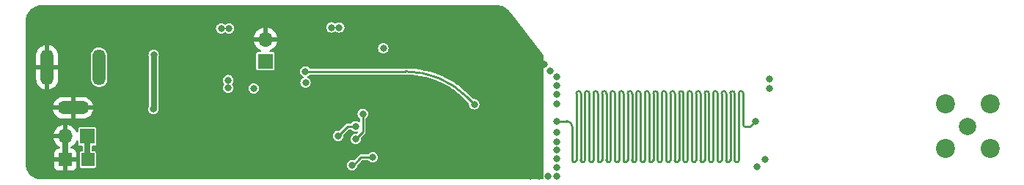
<source format=gbl>
%TF.GenerationSoftware,KiCad,Pcbnew,(6.0.2)*%
%TF.CreationDate,2022-05-29T22:25:13-07:00*%
%TF.ProjectId,peregrine,70657265-6772-4696-9e65-2e6b69636164,3*%
%TF.SameCoordinates,Original*%
%TF.FileFunction,Copper,L4,Bot*%
%TF.FilePolarity,Positive*%
%FSLAX46Y46*%
G04 Gerber Fmt 4.6, Leading zero omitted, Abs format (unit mm)*
G04 Created by KiCad (PCBNEW (6.0.2)) date 2022-05-29 22:25:13*
%MOMM*%
%LPD*%
G01*
G04 APERTURE LIST*
%TA.AperFunction,ComponentPad*%
%ADD10R,1.700000X1.700000*%
%TD*%
%TA.AperFunction,ComponentPad*%
%ADD11O,1.700000X1.700000*%
%TD*%
%TA.AperFunction,ComponentPad*%
%ADD12C,2.000000*%
%TD*%
%TA.AperFunction,ComponentPad*%
%ADD13C,2.200000*%
%TD*%
%TA.AperFunction,ComponentPad*%
%ADD14O,1.500000X4.150000*%
%TD*%
%TA.AperFunction,ComponentPad*%
%ADD15O,3.650000X1.500000*%
%TD*%
%TA.AperFunction,SMDPad,CuDef*%
%ADD16R,1.500000X1.500000*%
%TD*%
%TA.AperFunction,ViaPad*%
%ADD17C,0.800000*%
%TD*%
%TA.AperFunction,Conductor*%
%ADD18C,0.635000*%
%TD*%
%TA.AperFunction,Conductor*%
%ADD19C,0.293370*%
%TD*%
%TA.AperFunction,Conductor*%
%ADD20C,0.250000*%
%TD*%
G04 APERTURE END LIST*
D10*
%TO.P,J2,1,Pin_1*%
%TO.N,+VDC*%
X100240000Y-109713575D03*
D11*
%TO.P,J2,2,Pin_2*%
%TO.N,GND*%
X97700000Y-109713575D03*
%TD*%
D10*
%TO.P,J3,1,Pin_1*%
%TO.N,Net-(C10-Pad1)*%
X120800000Y-101013575D03*
D11*
%TO.P,J3,2,Pin_2*%
%TO.N,GND*%
X120800000Y-98473575D03*
%TD*%
D12*
%TO.P,J4,1,In*%
%TO.N,Net-(J4-Pad1)*%
X201850000Y-108569598D03*
D13*
%TO.P,J4,2,Ext*%
%TO.N,GND*%
X199275000Y-105994598D03*
X199275000Y-111144598D03*
X204425000Y-111144598D03*
X204425000Y-105994598D03*
%TD*%
D14*
%TO.P,J1,1*%
%TO.N,+VDC*%
X101600000Y-101713575D03*
D15*
%TO.P,J1,2*%
%TO.N,GND*%
X98600000Y-106413575D03*
D14*
X95600000Y-101713575D03*
%TD*%
D16*
%TO.P,TP1,1,1*%
%TO.N,+VDC*%
X100300000Y-112413575D03*
%TD*%
%TO.P,TP2,1,1*%
%TO.N,GND*%
X97700000Y-112413575D03*
%TD*%
D17*
%TO.N,GND*%
X125600000Y-98813575D03*
X154400000Y-112313575D03*
X113550000Y-105063575D03*
X141200000Y-106513575D03*
X114300000Y-105513575D03*
X133500000Y-100313575D03*
X153400000Y-114313575D03*
X153700000Y-102113575D03*
X115900000Y-99413575D03*
X115900000Y-98513575D03*
X115800000Y-109113575D03*
X118700000Y-112913575D03*
X109600000Y-103113575D03*
X154400000Y-109213575D03*
X120500000Y-112913575D03*
X109600000Y-98113575D03*
X179000000Y-103113575D03*
X151400000Y-114313575D03*
X152250000Y-100663575D03*
X154400000Y-111313575D03*
X154400000Y-103813575D03*
X152950000Y-101363575D03*
X154400000Y-104813575D03*
X152400000Y-114313575D03*
X154400000Y-113313575D03*
X146300000Y-112413575D03*
X113500000Y-108713575D03*
X115800000Y-110013575D03*
X149900000Y-104713575D03*
X178500000Y-112413575D03*
X154400000Y-114313575D03*
X154400000Y-110313575D03*
X149800000Y-103813575D03*
X113550000Y-106013575D03*
X125600000Y-99813575D03*
X154400000Y-102813575D03*
X132500000Y-100313575D03*
X132400000Y-113213575D03*
X142813575Y-109700000D03*
X119600000Y-112913575D03*
%TO.N,VCC*%
X116500000Y-104100000D03*
X177500000Y-113213575D03*
X179000000Y-104200000D03*
X116500000Y-103213575D03*
X154400000Y-105963575D03*
%TO.N,+3V3*%
X134400000Y-99513575D03*
X128407011Y-97106564D03*
X116600000Y-97213575D03*
X115700000Y-97213575D03*
X119432989Y-104167011D03*
X125428253Y-103513575D03*
X129307011Y-97106564D03*
%TO.N,Net-(C10-Pad1)*%
X125412551Y-102201023D03*
X144900000Y-106000000D03*
%TO.N,Net-(R3-Pad2)*%
X131212551Y-110025637D03*
X132037551Y-107100637D03*
%TO.N,Net-(R5-Pad2)*%
X129187551Y-109650637D03*
X131187551Y-108550637D03*
%TO.N,PWR*%
X107900000Y-100313575D03*
X107850000Y-106563575D03*
%TO.N,Trig*%
X154400000Y-107947448D03*
X177340052Y-107993575D03*
%TO.N,Net-(R7-Pad2)*%
X133187551Y-112150637D03*
X130787551Y-113050637D03*
%TD*%
D18*
%TO.N,+VDC*%
X100240000Y-109713575D02*
X100240000Y-112353575D01*
X100240000Y-112353575D02*
X100300000Y-112413575D01*
%TO.N,GND*%
X97700000Y-112413575D02*
X97700000Y-109713575D01*
D19*
%TO.N,Net-(C10-Pad1)*%
X144029955Y-105129955D02*
X144900000Y-106000000D01*
X125412551Y-102201023D02*
X136958887Y-102201023D01*
X144029955Y-105129955D02*
G75*
G03*
X136958887Y-102201023I-7071070J-7071075D01*
G01*
D20*
%TO.N,Net-(R3-Pad2)*%
X132037551Y-109200637D02*
X132037551Y-107100637D01*
X131212551Y-110025637D02*
X132037551Y-109200637D01*
%TO.N,Net-(R5-Pad2)*%
X130287551Y-108550637D02*
X129187551Y-109650637D01*
X131187551Y-108550637D02*
X130287551Y-108550637D01*
D18*
%TO.N,PWR*%
X107900000Y-106513575D02*
X107900000Y-100313575D01*
X107850000Y-106563575D02*
X107900000Y-106513575D01*
D19*
%TO.N,Trig*%
X170504415Y-104727786D02*
X170504415Y-112479260D01*
X154400052Y-107947500D02*
X154400000Y-107947448D01*
X164090605Y-112479260D02*
X164090605Y-104727786D01*
X157183425Y-112479260D02*
X157183425Y-104727786D01*
X175438115Y-104727786D02*
X175438115Y-112479260D01*
X168530935Y-104727786D02*
X168530935Y-112479260D01*
X169024305Y-112479260D02*
X169024305Y-104727786D01*
X170011045Y-112479260D02*
X170011045Y-104727786D01*
X174451375Y-104727786D02*
X174451375Y-112479260D01*
X156690055Y-104727786D02*
X156690055Y-112479260D01*
X165570715Y-104727786D02*
X165570715Y-112479260D01*
X157676795Y-104727786D02*
X157676795Y-112479260D01*
X161130385Y-112479260D02*
X161130385Y-104727786D01*
X160637015Y-104727786D02*
X160637015Y-112479260D01*
X171984525Y-112479260D02*
X171984525Y-104727786D01*
X159156905Y-112479260D02*
X159156905Y-104727786D01*
X167544195Y-104727786D02*
X167544195Y-112479260D01*
X173464635Y-104727786D02*
X173464635Y-112479260D01*
X156196685Y-112479260D02*
X156196685Y-108551292D01*
X172477895Y-104727786D02*
X172477895Y-112479260D01*
X174944745Y-112479260D02*
X174944745Y-104727786D01*
X164583975Y-104727786D02*
X164583975Y-112479260D01*
X158170165Y-112479260D02*
X158170165Y-104727786D01*
X163597235Y-104727786D02*
X163597235Y-112479260D01*
X176730104Y-108603523D02*
X176178170Y-108603523D01*
X159650275Y-104727786D02*
X159650275Y-112479260D01*
X169517675Y-104727786D02*
X169517675Y-112479260D01*
X163103865Y-112479260D02*
X163103865Y-104727786D01*
X177340052Y-107993575D02*
X176730104Y-108603523D01*
X167050825Y-112479260D02*
X167050825Y-104727786D01*
X158663535Y-104727786D02*
X158663535Y-112479260D01*
X175931485Y-108356838D02*
X175931485Y-104727786D01*
X173958005Y-112479260D02*
X173958005Y-104727786D01*
X162117125Y-112479260D02*
X162117125Y-104727786D01*
X156050238Y-108197738D02*
X155946446Y-108093946D01*
X161623755Y-104727786D02*
X161623755Y-112479260D01*
X171491155Y-104727786D02*
X171491155Y-112479260D01*
X165077345Y-112479260D02*
X165077345Y-104727786D01*
X166064085Y-112479260D02*
X166064085Y-104727786D01*
X168037565Y-112479260D02*
X168037565Y-104727786D01*
X160143645Y-112479260D02*
X160143645Y-104727786D01*
X172971265Y-112479260D02*
X172971265Y-104727786D01*
X155592893Y-107947500D02*
X154400052Y-107947500D01*
X170997785Y-112479260D02*
X170997785Y-104727786D01*
X166557455Y-104727786D02*
X166557455Y-112479260D01*
X162610495Y-104727786D02*
X162610495Y-112479260D01*
X156936740Y-104481101D02*
G75*
G02*
X157183425Y-104727786I1J-246684D01*
G01*
X166804140Y-104481101D02*
G75*
G02*
X167050825Y-104727786I1J-246684D01*
G01*
X167050825Y-112479260D02*
G75*
G03*
X167297510Y-112725945I246684J-1D01*
G01*
X173217950Y-112725945D02*
G75*
G03*
X173464635Y-112479260I1J246684D01*
G01*
X168777620Y-104481101D02*
G75*
G02*
X169024305Y-104727786I1J-246684D01*
G01*
X161623755Y-104727786D02*
G75*
G02*
X161870440Y-104481101I246684J1D01*
G01*
X166557455Y-104727786D02*
G75*
G02*
X166804140Y-104481101I246684J1D01*
G01*
X174204690Y-112725945D02*
G75*
G03*
X174451375Y-112479260I1J246684D01*
G01*
X175684800Y-104481101D02*
G75*
G02*
X175931485Y-104727786I1J-246684D01*
G01*
X161377070Y-112725945D02*
G75*
G03*
X161623755Y-112479260I1J246684D01*
G01*
X156690055Y-104727786D02*
G75*
G02*
X156936740Y-104481101I246684J1D01*
G01*
X170257730Y-112725945D02*
G75*
G03*
X170504415Y-112479260I1J246684D01*
G01*
X170997785Y-112479260D02*
G75*
G03*
X171244470Y-112725945I246684J-1D01*
G01*
X164090605Y-112479260D02*
G75*
G03*
X164337290Y-112725945I246684J-1D01*
G01*
X156196685Y-112479260D02*
G75*
G03*
X156443370Y-112725945I246684J-1D01*
G01*
X158170165Y-112479260D02*
G75*
G03*
X158416850Y-112725945I246684J-1D01*
G01*
X159896960Y-104481101D02*
G75*
G02*
X160143645Y-104727786I1J-246684D01*
G01*
X165324030Y-112725945D02*
G75*
G03*
X165570715Y-112479260I1J246684D01*
G01*
X172231210Y-112725945D02*
G75*
G03*
X172477895Y-112479260I1J246684D01*
G01*
X161870440Y-104481101D02*
G75*
G02*
X162117125Y-104727786I1J-246684D01*
G01*
X174944745Y-112479260D02*
G75*
G03*
X175191430Y-112725945I246684J-1D01*
G01*
X166310770Y-112725945D02*
G75*
G03*
X166557455Y-112479260I1J246684D01*
G01*
X160143645Y-112479260D02*
G75*
G03*
X160390330Y-112725945I246684J-1D01*
G01*
X175191430Y-112725945D02*
G75*
G03*
X175438115Y-112479260I1J246684D01*
G01*
X162363810Y-112725945D02*
G75*
G03*
X162610495Y-112479260I1J246684D01*
G01*
X171244470Y-112725945D02*
G75*
G03*
X171491155Y-112479260I1J246684D01*
G01*
X159650275Y-104727786D02*
G75*
G02*
X159896960Y-104481101I246684J1D01*
G01*
X165570715Y-104727786D02*
G75*
G02*
X165817400Y-104481101I246684J1D01*
G01*
X167544195Y-104727786D02*
G75*
G02*
X167790880Y-104481101I246684J1D01*
G01*
X172971265Y-112479260D02*
G75*
G03*
X173217950Y-112725945I246684J-1D01*
G01*
X164830660Y-104481101D02*
G75*
G02*
X165077345Y-104727786I1J-246684D01*
G01*
X167297510Y-112725945D02*
G75*
G03*
X167544195Y-112479260I1J246684D01*
G01*
X158663535Y-104727786D02*
G75*
G02*
X158910220Y-104481101I246684J1D01*
G01*
X162610495Y-104727786D02*
G75*
G02*
X162857180Y-104481101I246684J1D01*
G01*
X175438115Y-104727786D02*
G75*
G02*
X175684800Y-104481101I246684J1D01*
G01*
X163103865Y-112479260D02*
G75*
G03*
X163350550Y-112725945I246684J-1D01*
G01*
X163597235Y-104727786D02*
G75*
G02*
X163843920Y-104481101I246684J1D01*
G01*
X174698060Y-104481101D02*
G75*
G02*
X174944745Y-104727786I1J-246684D01*
G01*
X160883700Y-104481101D02*
G75*
G02*
X161130385Y-104727786I1J-246684D01*
G01*
X168530935Y-104727786D02*
G75*
G02*
X168777620Y-104481101I246684J1D01*
G01*
X168037565Y-112479260D02*
G75*
G03*
X168284250Y-112725945I246684J-1D01*
G01*
X157183425Y-112479260D02*
G75*
G03*
X157430110Y-112725945I246684J-1D01*
G01*
X157923480Y-104481101D02*
G75*
G02*
X158170165Y-104727786I1J-246684D01*
G01*
X162857180Y-104481101D02*
G75*
G02*
X163103865Y-104727786I1J-246684D01*
G01*
X159403590Y-112725945D02*
G75*
G03*
X159650275Y-112479260I1J246684D01*
G01*
X170011045Y-112479260D02*
G75*
G03*
X170257730Y-112725945I246684J-1D01*
G01*
X171737840Y-104481101D02*
G75*
G02*
X171984525Y-104727786I1J-246684D01*
G01*
X156196685Y-108551292D02*
G75*
G03*
X156050238Y-108197738I-499997J1D01*
G01*
X169517675Y-104727786D02*
G75*
G02*
X169764360Y-104481101I246684J1D01*
G01*
X171984525Y-112479260D02*
G75*
G03*
X172231210Y-112725945I246684J-1D01*
G01*
X170504415Y-104727786D02*
G75*
G02*
X170751100Y-104481101I246684J1D01*
G01*
X160390330Y-112725945D02*
G75*
G03*
X160637015Y-112479260I1J246684D01*
G01*
X173958005Y-112479260D02*
G75*
G03*
X174204690Y-112725945I246684J-1D01*
G01*
X165817400Y-104481101D02*
G75*
G02*
X166064085Y-104727786I1J-246684D01*
G01*
X175931485Y-108356838D02*
G75*
G03*
X176178170Y-108603523I246684J-1D01*
G01*
X172477895Y-104727786D02*
G75*
G02*
X172724580Y-104481101I246684J1D01*
G01*
X155946446Y-108093946D02*
G75*
G03*
X155592893Y-107947500I-353553J-353556D01*
G01*
X172724580Y-104481101D02*
G75*
G02*
X172971265Y-104727786I1J-246684D01*
G01*
X158910220Y-104481101D02*
G75*
G02*
X159156905Y-104727786I1J-246684D01*
G01*
X166064085Y-112479260D02*
G75*
G03*
X166310770Y-112725945I246684J-1D01*
G01*
X169024305Y-112479260D02*
G75*
G03*
X169270990Y-112725945I246684J-1D01*
G01*
X164583975Y-104727786D02*
G75*
G02*
X164830660Y-104481101I246684J1D01*
G01*
X161130385Y-112479260D02*
G75*
G03*
X161377070Y-112725945I246684J-1D01*
G01*
X171491155Y-104727786D02*
G75*
G02*
X171737840Y-104481101I246684J1D01*
G01*
X173464635Y-104727786D02*
G75*
G02*
X173711320Y-104481101I246684J1D01*
G01*
X165077345Y-112479260D02*
G75*
G03*
X165324030Y-112725945I246684J-1D01*
G01*
X174451375Y-104727786D02*
G75*
G02*
X174698060Y-104481101I246684J1D01*
G01*
X167790880Y-104481101D02*
G75*
G02*
X168037565Y-104727786I1J-246684D01*
G01*
X162117125Y-112479260D02*
G75*
G03*
X162363810Y-112725945I246684J-1D01*
G01*
X159156905Y-112479260D02*
G75*
G03*
X159403590Y-112725945I246684J-1D01*
G01*
X157676795Y-104727786D02*
G75*
G02*
X157923480Y-104481101I246684J1D01*
G01*
X158416850Y-112725945D02*
G75*
G03*
X158663535Y-112479260I1J246684D01*
G01*
X164337290Y-112725945D02*
G75*
G03*
X164583975Y-112479260I1J246684D01*
G01*
X169270990Y-112725945D02*
G75*
G03*
X169517675Y-112479260I1J246684D01*
G01*
X156443370Y-112725945D02*
G75*
G03*
X156690055Y-112479260I1J246684D01*
G01*
X168284250Y-112725945D02*
G75*
G03*
X168530935Y-112479260I1J246684D01*
G01*
X163350550Y-112725945D02*
G75*
G03*
X163597235Y-112479260I1J246684D01*
G01*
X173711320Y-104481101D02*
G75*
G02*
X173958005Y-104727786I1J-246684D01*
G01*
X163843920Y-104481101D02*
G75*
G02*
X164090605Y-104727786I1J-246684D01*
G01*
X170751100Y-104481101D02*
G75*
G02*
X170997785Y-104727786I1J-246684D01*
G01*
X160637015Y-104727786D02*
G75*
G02*
X160883700Y-104481101I246684J1D01*
G01*
X157430110Y-112725945D02*
G75*
G03*
X157676795Y-112479260I1J246684D01*
G01*
X169764360Y-104481101D02*
G75*
G02*
X170011045Y-104727786I1J-246684D01*
G01*
D20*
%TO.N,Net-(R7-Pad2)*%
X130936863Y-113050637D02*
X131586962Y-112400537D01*
X130787551Y-113050637D02*
X130936863Y-113050637D01*
X133187551Y-112150637D02*
X131836862Y-112150637D01*
X131836862Y-112150637D02*
X131586962Y-112400537D01*
%TD*%
%TA.AperFunction,Conductor*%
%TO.N,GND*%
G36*
X147500000Y-94518721D02*
G01*
X147512602Y-94514627D01*
X147513262Y-94514821D01*
X147513288Y-94514404D01*
X147728219Y-94527806D01*
X147743776Y-94529755D01*
X147931483Y-94565240D01*
X147960730Y-94570769D01*
X147975931Y-94574636D01*
X148186119Y-94642291D01*
X148200713Y-94648014D01*
X148321941Y-94704489D01*
X148400860Y-94741254D01*
X148414637Y-94748749D01*
X148601643Y-94866129D01*
X148614383Y-94875278D01*
X148785367Y-95014991D01*
X148796868Y-95025648D01*
X148896464Y-95130196D01*
X148949171Y-95185524D01*
X148959261Y-95197532D01*
X149087268Y-95370690D01*
X149085806Y-95371771D01*
X149088157Y-95374030D01*
X149090862Y-95384193D01*
X149102648Y-95393769D01*
X149105325Y-95398178D01*
X149115928Y-95409120D01*
X152702307Y-100118179D01*
X152874240Y-100343934D01*
X152899600Y-100410247D01*
X152900000Y-100420276D01*
X152900000Y-114587575D01*
X152879998Y-114655696D01*
X152826342Y-114702189D01*
X152774000Y-114713575D01*
X95015838Y-114713575D01*
X95000000Y-114708429D01*
X94987635Y-114712447D01*
X94986853Y-114712217D01*
X94986821Y-114712711D01*
X94760242Y-114697860D01*
X94743902Y-114695709D01*
X94630122Y-114673077D01*
X94516339Y-114650444D01*
X94500425Y-114646180D01*
X94390572Y-114608890D01*
X94280723Y-114571601D01*
X94265496Y-114565294D01*
X94099008Y-114483192D01*
X94057404Y-114462675D01*
X94043137Y-114454438D01*
X93947252Y-114390370D01*
X93850223Y-114325537D01*
X93837147Y-114315504D01*
X93662706Y-114162523D01*
X93651052Y-114150869D01*
X93498071Y-113976428D01*
X93488038Y-113963352D01*
X93359139Y-113770442D01*
X93350898Y-113756168D01*
X93248281Y-113548079D01*
X93241974Y-113532852D01*
X93180733Y-113352442D01*
X93167395Y-113313150D01*
X93163130Y-113297233D01*
X93145429Y-113208244D01*
X96442001Y-113208244D01*
X96442371Y-113215065D01*
X96447895Y-113265927D01*
X96451521Y-113281179D01*
X96496676Y-113401629D01*
X96505214Y-113417224D01*
X96581715Y-113519299D01*
X96594276Y-113531860D01*
X96696351Y-113608361D01*
X96711946Y-113616899D01*
X96832394Y-113662053D01*
X96847649Y-113665680D01*
X96898514Y-113671206D01*
X96905328Y-113671575D01*
X97427885Y-113671575D01*
X97443124Y-113667100D01*
X97444329Y-113665710D01*
X97446000Y-113658027D01*
X97446000Y-113653459D01*
X97954000Y-113653459D01*
X97958475Y-113668698D01*
X97959865Y-113669903D01*
X97967548Y-113671574D01*
X98494669Y-113671574D01*
X98501490Y-113671204D01*
X98552352Y-113665680D01*
X98567604Y-113662054D01*
X98688054Y-113616899D01*
X98703649Y-113608361D01*
X98805724Y-113531860D01*
X98818285Y-113519299D01*
X98894786Y-113417224D01*
X98903324Y-113401629D01*
X98948478Y-113281181D01*
X98952105Y-113265926D01*
X98957631Y-113215061D01*
X98958000Y-113208247D01*
X98958000Y-112685690D01*
X98953525Y-112670451D01*
X98952135Y-112669246D01*
X98944452Y-112667575D01*
X97972115Y-112667575D01*
X97956876Y-112672050D01*
X97955671Y-112673440D01*
X97954000Y-112681123D01*
X97954000Y-113653459D01*
X97446000Y-113653459D01*
X97446000Y-112685690D01*
X97441525Y-112670451D01*
X97440135Y-112669246D01*
X97432452Y-112667575D01*
X96460116Y-112667575D01*
X96444877Y-112672050D01*
X96443672Y-112673440D01*
X96442001Y-112681123D01*
X96442001Y-113208244D01*
X93145429Y-113208244D01*
X93117866Y-113069673D01*
X93115715Y-113053333D01*
X93100864Y-112826754D01*
X93101027Y-112826743D01*
X93100957Y-112826467D01*
X93105146Y-112813575D01*
X93100000Y-112797737D01*
X93100000Y-109981541D01*
X96368257Y-109981541D01*
X96398565Y-110116021D01*
X96401645Y-110125850D01*
X96481770Y-110323178D01*
X96486413Y-110332369D01*
X96597694Y-110513963D01*
X96603777Y-110522274D01*
X96743213Y-110683242D01*
X96750580Y-110690458D01*
X96914434Y-110826491D01*
X96922876Y-110832403D01*
X97074129Y-110920788D01*
X97122852Y-110972427D01*
X97135923Y-111042210D01*
X97109191Y-111107982D01*
X97051145Y-111148860D01*
X97010558Y-111155576D01*
X96905331Y-111155576D01*
X96898510Y-111155946D01*
X96847648Y-111161470D01*
X96832396Y-111165096D01*
X96711946Y-111210251D01*
X96696351Y-111218789D01*
X96594276Y-111295290D01*
X96581715Y-111307851D01*
X96505214Y-111409926D01*
X96496676Y-111425521D01*
X96451522Y-111545969D01*
X96447895Y-111561224D01*
X96442369Y-111612089D01*
X96442000Y-111618903D01*
X96442000Y-112141460D01*
X96446475Y-112156699D01*
X96447865Y-112157904D01*
X96455548Y-112159575D01*
X98939884Y-112159575D01*
X98955123Y-112155100D01*
X98956328Y-112153710D01*
X98957999Y-112146027D01*
X98957999Y-111618906D01*
X98957629Y-111612085D01*
X98952105Y-111561223D01*
X98948479Y-111545971D01*
X98903324Y-111425521D01*
X98894786Y-111409926D01*
X98818285Y-111307851D01*
X98805724Y-111295290D01*
X98703649Y-111218789D01*
X98688054Y-111210251D01*
X98567606Y-111165097D01*
X98552351Y-111161470D01*
X98501486Y-111155944D01*
X98494672Y-111155575D01*
X98387066Y-111155575D01*
X98318945Y-111135573D01*
X98272452Y-111081917D01*
X98262348Y-111011643D01*
X98291842Y-110947063D01*
X98331634Y-110916424D01*
X98393090Y-110886317D01*
X98401945Y-110881039D01*
X98575328Y-110757367D01*
X98583200Y-110750714D01*
X98734052Y-110600387D01*
X98740730Y-110592540D01*
X98865003Y-110419595D01*
X98870313Y-110410758D01*
X98950543Y-110248426D01*
X98998657Y-110196219D01*
X99067358Y-110178312D01*
X99134834Y-110200391D01*
X99179663Y-110255445D01*
X99189500Y-110304253D01*
X99189500Y-110583323D01*
X99201133Y-110641806D01*
X99245448Y-110708127D01*
X99311769Y-110752442D01*
X99323938Y-110754863D01*
X99323939Y-110754863D01*
X99364184Y-110762868D01*
X99370252Y-110764075D01*
X99596000Y-110764075D01*
X99664121Y-110784077D01*
X99710614Y-110837733D01*
X99722000Y-110890075D01*
X99722000Y-111337075D01*
X99701998Y-111405196D01*
X99648342Y-111451689D01*
X99596000Y-111463075D01*
X99530252Y-111463075D01*
X99524184Y-111464282D01*
X99483939Y-111472287D01*
X99483938Y-111472287D01*
X99471769Y-111474708D01*
X99405448Y-111519023D01*
X99361133Y-111585344D01*
X99349500Y-111643827D01*
X99349500Y-113183323D01*
X99350707Y-113189391D01*
X99355807Y-113215028D01*
X99361133Y-113241806D01*
X99405448Y-113308127D01*
X99471769Y-113352442D01*
X99483938Y-113354863D01*
X99483939Y-113354863D01*
X99509911Y-113360029D01*
X99530252Y-113364075D01*
X101069748Y-113364075D01*
X101090089Y-113360029D01*
X101116061Y-113354863D01*
X101116062Y-113354863D01*
X101128231Y-113352442D01*
X101194552Y-113308127D01*
X101238867Y-113241806D01*
X101244194Y-113215028D01*
X101249293Y-113189391D01*
X101250500Y-113183323D01*
X101250500Y-113050637D01*
X130181869Y-113050637D01*
X130202507Y-113207399D01*
X130263015Y-113353478D01*
X130359269Y-113478919D01*
X130484710Y-113575173D01*
X130630789Y-113635681D01*
X130787551Y-113656319D01*
X130795739Y-113655241D01*
X130936125Y-113636759D01*
X130944313Y-113635681D01*
X131090392Y-113575173D01*
X131215833Y-113478919D01*
X131312087Y-113353478D01*
X131372595Y-113207399D01*
X131387050Y-113097599D01*
X131415772Y-113032673D01*
X131422876Y-113024951D01*
X131837261Y-112610565D01*
X131837271Y-112610554D01*
X131934783Y-112513042D01*
X131997095Y-112479016D01*
X132023878Y-112476137D01*
X132618265Y-112476137D01*
X132686386Y-112496139D01*
X132718228Y-112525433D01*
X132759269Y-112578919D01*
X132884710Y-112675173D01*
X133030789Y-112735681D01*
X133187551Y-112756319D01*
X133195739Y-112755241D01*
X133336125Y-112736759D01*
X133344313Y-112735681D01*
X133490392Y-112675173D01*
X133615833Y-112578919D01*
X133712087Y-112453478D01*
X133772595Y-112307399D01*
X133793233Y-112150637D01*
X133772595Y-111993875D01*
X133712087Y-111847796D01*
X133615833Y-111722355D01*
X133490392Y-111626101D01*
X133344313Y-111565593D01*
X133311120Y-111561223D01*
X133195739Y-111546033D01*
X133187551Y-111544955D01*
X133179363Y-111546033D01*
X133063983Y-111561223D01*
X133030789Y-111565593D01*
X132884710Y-111626101D01*
X132759269Y-111722355D01*
X132754246Y-111728901D01*
X132718228Y-111775841D01*
X132660890Y-111817708D01*
X132618265Y-111825137D01*
X131856572Y-111825137D01*
X131845590Y-111824657D01*
X131819042Y-111822334D01*
X131819040Y-111822334D01*
X131808055Y-111821373D01*
X131771647Y-111831129D01*
X131760920Y-111833507D01*
X131757561Y-111834099D01*
X131723817Y-111840049D01*
X131714272Y-111845560D01*
X131710996Y-111846752D01*
X131707828Y-111848229D01*
X131697178Y-111851083D01*
X131688147Y-111857407D01*
X131666318Y-111872692D01*
X131657047Y-111878598D01*
X131633956Y-111891930D01*
X131624407Y-111897443D01*
X131617321Y-111905888D01*
X131600177Y-111926319D01*
X131592751Y-111934422D01*
X131376934Y-112150239D01*
X131212146Y-112315028D01*
X131086766Y-112440408D01*
X131024454Y-112474434D01*
X130960505Y-112468711D01*
X130959921Y-112470891D01*
X130951942Y-112468753D01*
X130944313Y-112465593D01*
X130787551Y-112444955D01*
X130630789Y-112465593D01*
X130623160Y-112468753D01*
X130612498Y-112473169D01*
X130484710Y-112526101D01*
X130359269Y-112622355D01*
X130263015Y-112747796D01*
X130202507Y-112893875D01*
X130181869Y-113050637D01*
X101250500Y-113050637D01*
X101250500Y-111643827D01*
X101238867Y-111585344D01*
X101194552Y-111519023D01*
X101128231Y-111474708D01*
X101116062Y-111472287D01*
X101116061Y-111472287D01*
X101075816Y-111464282D01*
X101069748Y-111463075D01*
X100884000Y-111463075D01*
X100815879Y-111443073D01*
X100769386Y-111389417D01*
X100758000Y-111337075D01*
X100758000Y-110890075D01*
X100778002Y-110821954D01*
X100831658Y-110775461D01*
X100884000Y-110764075D01*
X101109748Y-110764075D01*
X101115816Y-110762868D01*
X101156061Y-110754863D01*
X101156062Y-110754863D01*
X101168231Y-110752442D01*
X101234552Y-110708127D01*
X101278867Y-110641806D01*
X101290500Y-110583323D01*
X101290500Y-109650637D01*
X128581869Y-109650637D01*
X128602507Y-109807399D01*
X128663015Y-109953478D01*
X128759269Y-110078919D01*
X128884710Y-110175173D01*
X129030789Y-110235681D01*
X129187551Y-110256319D01*
X129195739Y-110255241D01*
X129336125Y-110236759D01*
X129344313Y-110235681D01*
X129490392Y-110175173D01*
X129615833Y-110078919D01*
X129712087Y-109953478D01*
X129772595Y-109807399D01*
X129793233Y-109650637D01*
X129784433Y-109583794D01*
X129795372Y-109513647D01*
X129820260Y-109478254D01*
X130385472Y-108913042D01*
X130447784Y-108879016D01*
X130474567Y-108876137D01*
X130618265Y-108876137D01*
X130686386Y-108896139D01*
X130718228Y-108925433D01*
X130759269Y-108978919D01*
X130884710Y-109075173D01*
X131030789Y-109135681D01*
X131038977Y-109136759D01*
X131109170Y-109146000D01*
X131187551Y-109156319D01*
X131195739Y-109155241D01*
X131319333Y-109138970D01*
X131389482Y-109149910D01*
X131442580Y-109197038D01*
X131461770Y-109265392D01*
X131440959Y-109333270D01*
X131424874Y-109352987D01*
X131384933Y-109392928D01*
X131322621Y-109426954D01*
X131279393Y-109428755D01*
X131212551Y-109419955D01*
X131055789Y-109440593D01*
X130909710Y-109501101D01*
X130784269Y-109597355D01*
X130688015Y-109722796D01*
X130627507Y-109868875D01*
X130606869Y-110025637D01*
X130627507Y-110182399D01*
X130688015Y-110328478D01*
X130784269Y-110453919D01*
X130909710Y-110550173D01*
X131055789Y-110610681D01*
X131212551Y-110631319D01*
X131220739Y-110630241D01*
X131225335Y-110629636D01*
X131369313Y-110610681D01*
X131515392Y-110550173D01*
X131640833Y-110453919D01*
X131737087Y-110328478D01*
X131797595Y-110182399D01*
X131818233Y-110025637D01*
X131809433Y-109958796D01*
X131820372Y-109888648D01*
X131845260Y-109853255D01*
X132253773Y-109444742D01*
X132261877Y-109437315D01*
X132262413Y-109436865D01*
X132290745Y-109413092D01*
X132296255Y-109403549D01*
X132296258Y-109403545D01*
X132309587Y-109380458D01*
X132315492Y-109371188D01*
X132330783Y-109349350D01*
X132337105Y-109340321D01*
X132339958Y-109329673D01*
X132341437Y-109326502D01*
X132342629Y-109323226D01*
X132348139Y-109313682D01*
X132354685Y-109276561D01*
X132357059Y-109265854D01*
X132366814Y-109229444D01*
X132365755Y-109217332D01*
X132363530Y-109191906D01*
X132363051Y-109180925D01*
X132363051Y-107669923D01*
X132383053Y-107601802D01*
X132412347Y-107569960D01*
X132459287Y-107533942D01*
X132465833Y-107528919D01*
X132562087Y-107403478D01*
X132622595Y-107257399D01*
X132643233Y-107100637D01*
X132622595Y-106943875D01*
X132562087Y-106797796D01*
X132465833Y-106672355D01*
X132340392Y-106576101D01*
X132194313Y-106515593D01*
X132037551Y-106494955D01*
X131880789Y-106515593D01*
X131734710Y-106576101D01*
X131609269Y-106672355D01*
X131513015Y-106797796D01*
X131452507Y-106943875D01*
X131431869Y-107100637D01*
X131452507Y-107257399D01*
X131513015Y-107403478D01*
X131609269Y-107528919D01*
X131615815Y-107533942D01*
X131662755Y-107569960D01*
X131704622Y-107627298D01*
X131712051Y-107669923D01*
X131712051Y-107940683D01*
X131692049Y-108008804D01*
X131638393Y-108055297D01*
X131568119Y-108065401D01*
X131509346Y-108040645D01*
X131496944Y-108031128D01*
X131496941Y-108031126D01*
X131490392Y-108026101D01*
X131344313Y-107965593D01*
X131187551Y-107944955D01*
X131030789Y-107965593D01*
X130884710Y-108026101D01*
X130759269Y-108122355D01*
X130754246Y-108128901D01*
X130718228Y-108175841D01*
X130660890Y-108217708D01*
X130618265Y-108225137D01*
X130307261Y-108225137D01*
X130296279Y-108224657D01*
X130269731Y-108222334D01*
X130269729Y-108222334D01*
X130258744Y-108221373D01*
X130222336Y-108231129D01*
X130211609Y-108233507D01*
X130208250Y-108234099D01*
X130174506Y-108240049D01*
X130164961Y-108245560D01*
X130161685Y-108246752D01*
X130158517Y-108248229D01*
X130147867Y-108251083D01*
X130138836Y-108257407D01*
X130117007Y-108272692D01*
X130107736Y-108278598D01*
X130084645Y-108291930D01*
X130075096Y-108297443D01*
X130068010Y-108305888D01*
X130050866Y-108326319D01*
X130043440Y-108334422D01*
X129359934Y-109017928D01*
X129297622Y-109051954D01*
X129254394Y-109053755D01*
X129187551Y-109044955D01*
X129030789Y-109065593D01*
X128884710Y-109126101D01*
X128759269Y-109222355D01*
X128663015Y-109347796D01*
X128602507Y-109493875D01*
X128581869Y-109650637D01*
X101290500Y-109650637D01*
X101290500Y-108843827D01*
X101278867Y-108785344D01*
X101234552Y-108719023D01*
X101168231Y-108674708D01*
X101156062Y-108672287D01*
X101156061Y-108672287D01*
X101115816Y-108664282D01*
X101109748Y-108663075D01*
X99370252Y-108663075D01*
X99364184Y-108664282D01*
X99323939Y-108672287D01*
X99323938Y-108672287D01*
X99311769Y-108674708D01*
X99245448Y-108719023D01*
X99201133Y-108785344D01*
X99189500Y-108843827D01*
X99189500Y-109127591D01*
X99169498Y-109195712D01*
X99115842Y-109242205D01*
X99045568Y-109252309D01*
X98980988Y-109222815D01*
X98947950Y-109177833D01*
X98902972Y-109074389D01*
X98898105Y-109065314D01*
X98782426Y-108886501D01*
X98776136Y-108878332D01*
X98632806Y-108720815D01*
X98625273Y-108713790D01*
X98458139Y-108581797D01*
X98449552Y-108576092D01*
X98263117Y-108473174D01*
X98253705Y-108468944D01*
X98052959Y-108397855D01*
X98042988Y-108395221D01*
X97971837Y-108382547D01*
X97958540Y-108384007D01*
X97954000Y-108398564D01*
X97954000Y-109841575D01*
X97933998Y-109909696D01*
X97880342Y-109956189D01*
X97828000Y-109967575D01*
X96383225Y-109967575D01*
X96369694Y-109971548D01*
X96368257Y-109981541D01*
X93100000Y-109981541D01*
X93100000Y-109447758D01*
X96364389Y-109447758D01*
X96365912Y-109456182D01*
X96378292Y-109459575D01*
X97427885Y-109459575D01*
X97443124Y-109455100D01*
X97444329Y-109453710D01*
X97446000Y-109446027D01*
X97446000Y-108396677D01*
X97442082Y-108383333D01*
X97427806Y-108381346D01*
X97389324Y-108387235D01*
X97379288Y-108389626D01*
X97176868Y-108455787D01*
X97167359Y-108459784D01*
X96978463Y-108558117D01*
X96969738Y-108563611D01*
X96799433Y-108691480D01*
X96791726Y-108698323D01*
X96644590Y-108852292D01*
X96638104Y-108860302D01*
X96518098Y-109036224D01*
X96513000Y-109045198D01*
X96423338Y-109238358D01*
X96419775Y-109248045D01*
X96364389Y-109447758D01*
X93100000Y-109447758D01*
X93100000Y-106681303D01*
X96291114Y-106681303D01*
X96291166Y-106681548D01*
X96353898Y-106885458D01*
X96358119Y-106895804D01*
X96455971Y-107085389D01*
X96461957Y-107094820D01*
X96591832Y-107264076D01*
X96599393Y-107272299D01*
X96757194Y-107415887D01*
X96766094Y-107422642D01*
X96946815Y-107536009D01*
X96956781Y-107541086D01*
X97154714Y-107620655D01*
X97165429Y-107623890D01*
X97375301Y-107667352D01*
X97384438Y-107668555D01*
X97434990Y-107671470D01*
X97438637Y-107671575D01*
X98327885Y-107671575D01*
X98343124Y-107667100D01*
X98344329Y-107665710D01*
X98346000Y-107658027D01*
X98346000Y-107653460D01*
X98854000Y-107653460D01*
X98858475Y-107668699D01*
X98859865Y-107669904D01*
X98867548Y-107671575D01*
X99729175Y-107671575D01*
X99734770Y-107671326D01*
X99893078Y-107657197D01*
X99904092Y-107655215D01*
X100109860Y-107598924D01*
X100120341Y-107595026D01*
X100312903Y-107503178D01*
X100322516Y-107497493D01*
X100495767Y-107373000D01*
X100504233Y-107365692D01*
X100652692Y-107212493D01*
X100659735Y-107203796D01*
X100778719Y-107026731D01*
X100784105Y-107016933D01*
X100869857Y-106821585D01*
X100873422Y-106810993D01*
X100903624Y-106685191D01*
X100902919Y-106671105D01*
X100894040Y-106667575D01*
X98872115Y-106667575D01*
X98856876Y-106672050D01*
X98855671Y-106673440D01*
X98854000Y-106681123D01*
X98854000Y-107653460D01*
X98346000Y-107653460D01*
X98346000Y-106685690D01*
X98341525Y-106670451D01*
X98340135Y-106669246D01*
X98332452Y-106667575D01*
X96306589Y-106667575D01*
X96292607Y-106671680D01*
X96291114Y-106681303D01*
X93100000Y-106681303D01*
X93100000Y-106563575D01*
X107244318Y-106563575D01*
X107264956Y-106720337D01*
X107325464Y-106866416D01*
X107421718Y-106991857D01*
X107547159Y-107088111D01*
X107693238Y-107148619D01*
X107850000Y-107169257D01*
X107858188Y-107168179D01*
X107998574Y-107149697D01*
X108006762Y-107148619D01*
X108152841Y-107088111D01*
X108278282Y-106991857D01*
X108374536Y-106866416D01*
X108435044Y-106720337D01*
X108455682Y-106563575D01*
X108435044Y-106406813D01*
X108427591Y-106388820D01*
X108418000Y-106340602D01*
X108418000Y-104100000D01*
X115894318Y-104100000D01*
X115914956Y-104256762D01*
X115975464Y-104402841D01*
X116071718Y-104528282D01*
X116197159Y-104624536D01*
X116343238Y-104685044D01*
X116500000Y-104705682D01*
X116508188Y-104704604D01*
X116648574Y-104686122D01*
X116656762Y-104685044D01*
X116802841Y-104624536D01*
X116928282Y-104528282D01*
X117024536Y-104402841D01*
X117085044Y-104256762D01*
X117096860Y-104167011D01*
X118827307Y-104167011D01*
X118847945Y-104323773D01*
X118908453Y-104469852D01*
X119004707Y-104595293D01*
X119130148Y-104691547D01*
X119276227Y-104752055D01*
X119432989Y-104772693D01*
X119441177Y-104771615D01*
X119581563Y-104753133D01*
X119589751Y-104752055D01*
X119735830Y-104691547D01*
X119861271Y-104595293D01*
X119957525Y-104469852D01*
X120018033Y-104323773D01*
X120038671Y-104167011D01*
X120018033Y-104010249D01*
X119957525Y-103864170D01*
X119861271Y-103738729D01*
X119735830Y-103642475D01*
X119589751Y-103581967D01*
X119432989Y-103561329D01*
X119276227Y-103581967D01*
X119130148Y-103642475D01*
X119004707Y-103738729D01*
X118908453Y-103864170D01*
X118847945Y-104010249D01*
X118827307Y-104167011D01*
X117096860Y-104167011D01*
X117105682Y-104100000D01*
X117085044Y-103943238D01*
X117024536Y-103797159D01*
X117019511Y-103790610D01*
X117019509Y-103790607D01*
X116976350Y-103734362D01*
X116975682Y-103733492D01*
X116950082Y-103667272D01*
X116964346Y-103597724D01*
X116975682Y-103580084D01*
X117019509Y-103522967D01*
X117024536Y-103516416D01*
X117085044Y-103370337D01*
X117105682Y-103213575D01*
X117085044Y-103056813D01*
X117024536Y-102910734D01*
X116928282Y-102785293D01*
X116802841Y-102689039D01*
X116656762Y-102628531D01*
X116500000Y-102607893D01*
X116343238Y-102628531D01*
X116197159Y-102689039D01*
X116071718Y-102785293D01*
X115975464Y-102910734D01*
X115914956Y-103056813D01*
X115894318Y-103213575D01*
X115914956Y-103370337D01*
X115975464Y-103516416D01*
X115980491Y-103522967D01*
X116024318Y-103580084D01*
X116049918Y-103646305D01*
X116035653Y-103715853D01*
X116024320Y-103733489D01*
X116023650Y-103734362D01*
X115980491Y-103790607D01*
X115980489Y-103790610D01*
X115975464Y-103797159D01*
X115914956Y-103943238D01*
X115894318Y-104100000D01*
X108418000Y-104100000D01*
X108418000Y-102201023D01*
X124806869Y-102201023D01*
X124827507Y-102357785D01*
X124888015Y-102503864D01*
X124984269Y-102629305D01*
X125109710Y-102725559D01*
X125147470Y-102741200D01*
X125154573Y-102744142D01*
X125209854Y-102788691D01*
X125232275Y-102856054D01*
X125214717Y-102924845D01*
X125162754Y-102973224D01*
X125154581Y-102976957D01*
X125125412Y-102989039D01*
X124999971Y-103085293D01*
X124903717Y-103210734D01*
X124843209Y-103356813D01*
X124822571Y-103513575D01*
X124843209Y-103670337D01*
X124903717Y-103816416D01*
X124935333Y-103857619D01*
X124991824Y-103931239D01*
X124999971Y-103941857D01*
X125125412Y-104038111D01*
X125271491Y-104098619D01*
X125428253Y-104119257D01*
X125436441Y-104118179D01*
X125576827Y-104099697D01*
X125585015Y-104098619D01*
X125731094Y-104038111D01*
X125856535Y-103941857D01*
X125864683Y-103931239D01*
X125921173Y-103857619D01*
X125952789Y-103816416D01*
X126013297Y-103670337D01*
X126033935Y-103513575D01*
X126013297Y-103356813D01*
X125952789Y-103210734D01*
X125856535Y-103085293D01*
X125731094Y-102989039D01*
X125686231Y-102970456D01*
X125630950Y-102925907D01*
X125608529Y-102858544D01*
X125626087Y-102789753D01*
X125678050Y-102741374D01*
X125686223Y-102737641D01*
X125715392Y-102725559D01*
X125840833Y-102629305D01*
X125845859Y-102622755D01*
X125845862Y-102622752D01*
X125865235Y-102597504D01*
X125922573Y-102555637D01*
X125965197Y-102548208D01*
X136917487Y-102548208D01*
X136939366Y-102550122D01*
X136958887Y-102553564D01*
X136969743Y-102551650D01*
X136969744Y-102551650D01*
X136972070Y-102551240D01*
X136997752Y-102549383D01*
X137252251Y-102557073D01*
X137537917Y-102565704D01*
X137545501Y-102566164D01*
X137832057Y-102592204D01*
X138118606Y-102618243D01*
X138126162Y-102619160D01*
X138695093Y-102705750D01*
X138702579Y-102707122D01*
X139265243Y-102827905D01*
X139272633Y-102829727D01*
X139826954Y-102984255D01*
X139834220Y-102986519D01*
X140378226Y-103174243D01*
X140385330Y-103176937D01*
X140515089Y-103230685D01*
X140917010Y-103397167D01*
X140923951Y-103400291D01*
X141441352Y-103652214D01*
X141448091Y-103655751D01*
X141949334Y-103938453D01*
X141955831Y-103942380D01*
X142439131Y-104254856D01*
X142445381Y-104259171D01*
X142902185Y-104595293D01*
X142908889Y-104600226D01*
X142914874Y-104604915D01*
X143092723Y-104753133D01*
X143356962Y-104973349D01*
X143362659Y-104978396D01*
X143536506Y-105142045D01*
X143756150Y-105348805D01*
X143772995Y-105368276D01*
X143780671Y-105379239D01*
X143796913Y-105390612D01*
X143813731Y-105404724D01*
X144263724Y-105854718D01*
X144297749Y-105917030D01*
X144299550Y-105960258D01*
X144294318Y-106000000D01*
X144314956Y-106156762D01*
X144375464Y-106302841D01*
X144471718Y-106428282D01*
X144597159Y-106524536D01*
X144743238Y-106585044D01*
X144900000Y-106605682D01*
X144908188Y-106604604D01*
X145048574Y-106586122D01*
X145056762Y-106585044D01*
X145202841Y-106524536D01*
X145328282Y-106428282D01*
X145424536Y-106302841D01*
X145485044Y-106156762D01*
X145505682Y-106000000D01*
X145485044Y-105843238D01*
X145424536Y-105697159D01*
X145328282Y-105571718D01*
X145202841Y-105475464D01*
X145056762Y-105414956D01*
X144900000Y-105394318D01*
X144860258Y-105399550D01*
X144790111Y-105388611D01*
X144754718Y-105363724D01*
X144304724Y-104913731D01*
X144290612Y-104896913D01*
X144279239Y-104880671D01*
X144272039Y-104875630D01*
X144268825Y-104872591D01*
X144268824Y-104872590D01*
X144067107Y-104681884D01*
X143856412Y-104482689D01*
X143412790Y-104108084D01*
X143404199Y-104101618D01*
X142950281Y-103760011D01*
X142948862Y-103758943D01*
X142947407Y-103757971D01*
X142947389Y-103757958D01*
X142467554Y-103437342D01*
X142467540Y-103437333D01*
X142466088Y-103436363D01*
X142464588Y-103435478D01*
X142464575Y-103435470D01*
X141967509Y-103142260D01*
X141967510Y-103142260D01*
X141965985Y-103141361D01*
X141802327Y-103056813D01*
X141451702Y-102875675D01*
X141451684Y-102875666D01*
X141450129Y-102874863D01*
X141349260Y-102829727D01*
X140921757Y-102638431D01*
X140921737Y-102638423D01*
X140920142Y-102637709D01*
X140918490Y-102637079D01*
X140918477Y-102637073D01*
X140549517Y-102496234D01*
X140377690Y-102430644D01*
X139824482Y-102254321D01*
X139262258Y-102109294D01*
X138848636Y-102027019D01*
X138694517Y-101996363D01*
X138694513Y-101996362D01*
X138692787Y-101996019D01*
X138691047Y-101995773D01*
X138691045Y-101995773D01*
X138119620Y-101915101D01*
X138119604Y-101915099D01*
X138117860Y-101914853D01*
X137744056Y-101883323D01*
X137541054Y-101866200D01*
X137541052Y-101866200D01*
X137539287Y-101866051D01*
X137537513Y-101866001D01*
X137537509Y-101866001D01*
X137327587Y-101860111D01*
X136967547Y-101850009D01*
X136958887Y-101848482D01*
X136948032Y-101850396D01*
X136939367Y-101851924D01*
X136917487Y-101853838D01*
X125965197Y-101853838D01*
X125897076Y-101833836D01*
X125865235Y-101804542D01*
X125845862Y-101779294D01*
X125845859Y-101779291D01*
X125840833Y-101772741D01*
X125715392Y-101676487D01*
X125569313Y-101615979D01*
X125412551Y-101595341D01*
X125255789Y-101615979D01*
X125109710Y-101676487D01*
X124984269Y-101772741D01*
X124888015Y-101898182D01*
X124827507Y-102044261D01*
X124806869Y-102201023D01*
X108418000Y-102201023D01*
X108418000Y-100657259D01*
X108427591Y-100609041D01*
X108481884Y-100477967D01*
X108481885Y-100477964D01*
X108485044Y-100470337D01*
X108505682Y-100313575D01*
X108485044Y-100156813D01*
X108424536Y-100010734D01*
X108328282Y-99885293D01*
X108202841Y-99789039D01*
X108056762Y-99728531D01*
X107900000Y-99707893D01*
X107743238Y-99728531D01*
X107597159Y-99789039D01*
X107471718Y-99885293D01*
X107375464Y-100010734D01*
X107314956Y-100156813D01*
X107294318Y-100313575D01*
X107314956Y-100470337D01*
X107318115Y-100477964D01*
X107318116Y-100477967D01*
X107372409Y-100609041D01*
X107382000Y-100657259D01*
X107382000Y-106144284D01*
X107361998Y-106212405D01*
X107355971Y-106220976D01*
X107325464Y-106260734D01*
X107264956Y-106406813D01*
X107244318Y-106563575D01*
X93100000Y-106563575D01*
X93100000Y-106141959D01*
X96296376Y-106141959D01*
X96297081Y-106156045D01*
X96305960Y-106159575D01*
X98327885Y-106159575D01*
X98343124Y-106155100D01*
X98344329Y-106153710D01*
X98346000Y-106146027D01*
X98346000Y-106141460D01*
X98854000Y-106141460D01*
X98858475Y-106156699D01*
X98859865Y-106157904D01*
X98867548Y-106159575D01*
X100893411Y-106159575D01*
X100907393Y-106155470D01*
X100908886Y-106145847D01*
X100908834Y-106145602D01*
X100846102Y-105941692D01*
X100841881Y-105931346D01*
X100744029Y-105741761D01*
X100738043Y-105732330D01*
X100608168Y-105563074D01*
X100600607Y-105554851D01*
X100442806Y-105411263D01*
X100433906Y-105404508D01*
X100253185Y-105291141D01*
X100243219Y-105286064D01*
X100045286Y-105206495D01*
X100034571Y-105203260D01*
X99824699Y-105159798D01*
X99815562Y-105158595D01*
X99765010Y-105155680D01*
X99761363Y-105155575D01*
X98872115Y-105155575D01*
X98856876Y-105160050D01*
X98855671Y-105161440D01*
X98854000Y-105169123D01*
X98854000Y-106141460D01*
X98346000Y-106141460D01*
X98346000Y-105173690D01*
X98341525Y-105158451D01*
X98340135Y-105157246D01*
X98332452Y-105155575D01*
X97470825Y-105155575D01*
X97465230Y-105155824D01*
X97306922Y-105169953D01*
X97295908Y-105171935D01*
X97090140Y-105228226D01*
X97079659Y-105232124D01*
X96887097Y-105323972D01*
X96877484Y-105329657D01*
X96704233Y-105454150D01*
X96695767Y-105461458D01*
X96547308Y-105614657D01*
X96540265Y-105623354D01*
X96421281Y-105800419D01*
X96415895Y-105810217D01*
X96330143Y-106005565D01*
X96326578Y-106016157D01*
X96296376Y-106141959D01*
X93100000Y-106141959D01*
X93100000Y-103092750D01*
X94342000Y-103092750D01*
X94342249Y-103098345D01*
X94356378Y-103256653D01*
X94358360Y-103267667D01*
X94414651Y-103473435D01*
X94418549Y-103483916D01*
X94510397Y-103676478D01*
X94516082Y-103686091D01*
X94640575Y-103859342D01*
X94647883Y-103867808D01*
X94801082Y-104016267D01*
X94809779Y-104023310D01*
X94986844Y-104142294D01*
X94996642Y-104147680D01*
X95191990Y-104233432D01*
X95202582Y-104236997D01*
X95328384Y-104267199D01*
X95342470Y-104266494D01*
X95346000Y-104257615D01*
X95346000Y-104256986D01*
X95854000Y-104256986D01*
X95858105Y-104270968D01*
X95867728Y-104272461D01*
X95867973Y-104272409D01*
X96071883Y-104209677D01*
X96082229Y-104205456D01*
X96271814Y-104107604D01*
X96281245Y-104101618D01*
X96450501Y-103971743D01*
X96458724Y-103964182D01*
X96602312Y-103806381D01*
X96609067Y-103797481D01*
X96722434Y-103616760D01*
X96727511Y-103606794D01*
X96807080Y-103408861D01*
X96810315Y-103398146D01*
X96853777Y-103188274D01*
X96854980Y-103179137D01*
X96857895Y-103128585D01*
X96858000Y-103124938D01*
X96858000Y-103086834D01*
X100649500Y-103086834D01*
X100664112Y-103230685D01*
X100721856Y-103414948D01*
X100724954Y-103420537D01*
X100734269Y-103437342D01*
X100815472Y-103583836D01*
X100941136Y-103730450D01*
X100946178Y-103734361D01*
X100946179Y-103734362D01*
X101088665Y-103844886D01*
X101088668Y-103844888D01*
X101093714Y-103848802D01*
X101266974Y-103934056D01*
X101273144Y-103935663D01*
X101273149Y-103935665D01*
X101447655Y-103981120D01*
X101447658Y-103981120D01*
X101453837Y-103982730D01*
X101537203Y-103987099D01*
X101640290Y-103992502D01*
X101640294Y-103992502D01*
X101646671Y-103992836D01*
X101837599Y-103963961D01*
X101843595Y-103961755D01*
X102012832Y-103899489D01*
X102012836Y-103899487D01*
X102018821Y-103897285D01*
X102182934Y-103795530D01*
X102323235Y-103662854D01*
X102337505Y-103642475D01*
X102430327Y-103509910D01*
X102430328Y-103509909D01*
X102433991Y-103504677D01*
X102492125Y-103370337D01*
X102508146Y-103333316D01*
X102508146Y-103333315D01*
X102510680Y-103327460D01*
X102529625Y-103236776D01*
X102549177Y-103143187D01*
X102549177Y-103143183D01*
X102550168Y-103138442D01*
X102550500Y-103132107D01*
X102550500Y-100340316D01*
X102535888Y-100196465D01*
X102478144Y-100012202D01*
X102384528Y-99843314D01*
X102258864Y-99696700D01*
X102253821Y-99692788D01*
X102111335Y-99582264D01*
X102111332Y-99582262D01*
X102106286Y-99578348D01*
X101933026Y-99493094D01*
X101926856Y-99491487D01*
X101926851Y-99491485D01*
X101752345Y-99446030D01*
X101752342Y-99446030D01*
X101746163Y-99444420D01*
X101662797Y-99440051D01*
X101559710Y-99434648D01*
X101559706Y-99434648D01*
X101553329Y-99434314D01*
X101362401Y-99463189D01*
X101356406Y-99465395D01*
X101356405Y-99465395D01*
X101187168Y-99527661D01*
X101187164Y-99527663D01*
X101181179Y-99529865D01*
X101017066Y-99631620D01*
X100876765Y-99764296D01*
X100873103Y-99769526D01*
X100873102Y-99769527D01*
X100789155Y-99889417D01*
X100766009Y-99922473D01*
X100689320Y-100099690D01*
X100688015Y-100105937D01*
X100658334Y-100248013D01*
X100649832Y-100288708D01*
X100649500Y-100295043D01*
X100649500Y-103086834D01*
X96858000Y-103086834D01*
X96858000Y-101985690D01*
X96853525Y-101970451D01*
X96852135Y-101969246D01*
X96844452Y-101967575D01*
X95872115Y-101967575D01*
X95856876Y-101972050D01*
X95855671Y-101973440D01*
X95854000Y-101981123D01*
X95854000Y-104256986D01*
X95346000Y-104256986D01*
X95346000Y-101985690D01*
X95341525Y-101970451D01*
X95340135Y-101969246D01*
X95332452Y-101967575D01*
X94360115Y-101967575D01*
X94344876Y-101972050D01*
X94343671Y-101973440D01*
X94342000Y-101981123D01*
X94342000Y-103092750D01*
X93100000Y-103092750D01*
X93100000Y-101441460D01*
X94342000Y-101441460D01*
X94346475Y-101456699D01*
X94347865Y-101457904D01*
X94355548Y-101459575D01*
X95327885Y-101459575D01*
X95343124Y-101455100D01*
X95344329Y-101453710D01*
X95346000Y-101446027D01*
X95346000Y-101441460D01*
X95854000Y-101441460D01*
X95858475Y-101456699D01*
X95859865Y-101457904D01*
X95867548Y-101459575D01*
X96839885Y-101459575D01*
X96855124Y-101455100D01*
X96856329Y-101453710D01*
X96858000Y-101446027D01*
X96858000Y-100334400D01*
X96857751Y-100328805D01*
X96843622Y-100170497D01*
X96841640Y-100159483D01*
X96785349Y-99953715D01*
X96781451Y-99943234D01*
X96689603Y-99750672D01*
X96683918Y-99741059D01*
X96559425Y-99567808D01*
X96552117Y-99559342D01*
X96398918Y-99410883D01*
X96390221Y-99403840D01*
X96213156Y-99284856D01*
X96203358Y-99279470D01*
X96008010Y-99193718D01*
X95997418Y-99190153D01*
X95871616Y-99159951D01*
X95857530Y-99160656D01*
X95854000Y-99169535D01*
X95854000Y-101441460D01*
X95346000Y-101441460D01*
X95346000Y-99170164D01*
X95341895Y-99156182D01*
X95332272Y-99154689D01*
X95332027Y-99154741D01*
X95128117Y-99217473D01*
X95117771Y-99221694D01*
X94928186Y-99319546D01*
X94918755Y-99325532D01*
X94749499Y-99455407D01*
X94741276Y-99462968D01*
X94597688Y-99620769D01*
X94590933Y-99629669D01*
X94477566Y-99810390D01*
X94472489Y-99820356D01*
X94392920Y-100018289D01*
X94389685Y-100029004D01*
X94346223Y-100238876D01*
X94345020Y-100248013D01*
X94342105Y-100298565D01*
X94342000Y-100302212D01*
X94342000Y-101441460D01*
X93100000Y-101441460D01*
X93100000Y-98741541D01*
X119468257Y-98741541D01*
X119498565Y-98876021D01*
X119501645Y-98885850D01*
X119581770Y-99083178D01*
X119586413Y-99092369D01*
X119697694Y-99273963D01*
X119703777Y-99282274D01*
X119843213Y-99443242D01*
X119850580Y-99450458D01*
X120014434Y-99586491D01*
X120022881Y-99592406D01*
X120206756Y-99699854D01*
X120216043Y-99704304D01*
X120255484Y-99719365D01*
X120311987Y-99762353D01*
X120336280Y-99829064D01*
X120320650Y-99898318D01*
X120270059Y-99948129D01*
X120210535Y-99963075D01*
X119930252Y-99963075D01*
X119924184Y-99964282D01*
X119883939Y-99972287D01*
X119883938Y-99972287D01*
X119871769Y-99974708D01*
X119805448Y-100019023D01*
X119761133Y-100085344D01*
X119749500Y-100143827D01*
X119749500Y-101883323D01*
X119761133Y-101941806D01*
X119805448Y-102008127D01*
X119871769Y-102052442D01*
X119883938Y-102054863D01*
X119883939Y-102054863D01*
X119924184Y-102062868D01*
X119930252Y-102064075D01*
X121669748Y-102064075D01*
X121675816Y-102062868D01*
X121716061Y-102054863D01*
X121716062Y-102054863D01*
X121728231Y-102052442D01*
X121794552Y-102008127D01*
X121838867Y-101941806D01*
X121850500Y-101883323D01*
X121850500Y-100143827D01*
X121838867Y-100085344D01*
X121794552Y-100019023D01*
X121728231Y-99974708D01*
X121716062Y-99972287D01*
X121716061Y-99972287D01*
X121675816Y-99964282D01*
X121669748Y-99963075D01*
X121390107Y-99963075D01*
X121321986Y-99943073D01*
X121275493Y-99889417D01*
X121265389Y-99819143D01*
X121294883Y-99754563D01*
X121334675Y-99723924D01*
X121493090Y-99646317D01*
X121501945Y-99641039D01*
X121675328Y-99517367D01*
X121679815Y-99513575D01*
X133794318Y-99513575D01*
X133814956Y-99670337D01*
X133875464Y-99816416D01*
X133971718Y-99941857D01*
X134097159Y-100038111D01*
X134243238Y-100098619D01*
X134400000Y-100119257D01*
X134408188Y-100118179D01*
X134548574Y-100099697D01*
X134556762Y-100098619D01*
X134702841Y-100038111D01*
X134828282Y-99941857D01*
X134924536Y-99816416D01*
X134985044Y-99670337D01*
X135005682Y-99513575D01*
X134985044Y-99356813D01*
X134924536Y-99210734D01*
X134828282Y-99085293D01*
X134702841Y-98989039D01*
X134556762Y-98928531D01*
X134400000Y-98907893D01*
X134243238Y-98928531D01*
X134097159Y-98989039D01*
X133971718Y-99085293D01*
X133875464Y-99210734D01*
X133814956Y-99356813D01*
X133794318Y-99513575D01*
X121679815Y-99513575D01*
X121683200Y-99510714D01*
X121834052Y-99360387D01*
X121840730Y-99352540D01*
X121965003Y-99179595D01*
X121970313Y-99170758D01*
X122064670Y-98979842D01*
X122068469Y-98970247D01*
X122130377Y-98766485D01*
X122132555Y-98756412D01*
X122133986Y-98745537D01*
X122131775Y-98731353D01*
X122118617Y-98727575D01*
X119483225Y-98727575D01*
X119469694Y-98731548D01*
X119468257Y-98741541D01*
X93100000Y-98741541D01*
X93100000Y-98207758D01*
X119464389Y-98207758D01*
X119465912Y-98216182D01*
X119478292Y-98219575D01*
X120527885Y-98219575D01*
X120543124Y-98215100D01*
X120544329Y-98213710D01*
X120546000Y-98206027D01*
X120546000Y-98201460D01*
X121054000Y-98201460D01*
X121058475Y-98216699D01*
X121059865Y-98217904D01*
X121067548Y-98219575D01*
X122118344Y-98219575D01*
X122131875Y-98215602D01*
X122133180Y-98206522D01*
X122091214Y-98039450D01*
X122087894Y-98029699D01*
X122002972Y-97834389D01*
X121998105Y-97825314D01*
X121882426Y-97646501D01*
X121876136Y-97638332D01*
X121732806Y-97480815D01*
X121725273Y-97473790D01*
X121558139Y-97341797D01*
X121549552Y-97336092D01*
X121363117Y-97233174D01*
X121353705Y-97228944D01*
X121152959Y-97157855D01*
X121142988Y-97155221D01*
X121071837Y-97142547D01*
X121058540Y-97144007D01*
X121054000Y-97158564D01*
X121054000Y-98201460D01*
X120546000Y-98201460D01*
X120546000Y-97156677D01*
X120542082Y-97143333D01*
X120527806Y-97141346D01*
X120489324Y-97147235D01*
X120479288Y-97149626D01*
X120276868Y-97215787D01*
X120267359Y-97219784D01*
X120078463Y-97318117D01*
X120069738Y-97323611D01*
X119899433Y-97451480D01*
X119891726Y-97458323D01*
X119744590Y-97612292D01*
X119738104Y-97620302D01*
X119618098Y-97796224D01*
X119613000Y-97805198D01*
X119523338Y-97998358D01*
X119519775Y-98008045D01*
X119464389Y-98207758D01*
X93100000Y-98207758D01*
X93100000Y-97213575D01*
X115094318Y-97213575D01*
X115114956Y-97370337D01*
X115175464Y-97516416D01*
X115180491Y-97522967D01*
X115259607Y-97626073D01*
X115271718Y-97641857D01*
X115397159Y-97738111D01*
X115543238Y-97798619D01*
X115700000Y-97819257D01*
X115708188Y-97818179D01*
X115848574Y-97799697D01*
X115856762Y-97798619D01*
X116002841Y-97738111D01*
X116073296Y-97684049D01*
X116139516Y-97658449D01*
X116209065Y-97672714D01*
X116226703Y-97684048D01*
X116297159Y-97738111D01*
X116443238Y-97798619D01*
X116600000Y-97819257D01*
X116608188Y-97818179D01*
X116748574Y-97799697D01*
X116756762Y-97798619D01*
X116902841Y-97738111D01*
X117028282Y-97641857D01*
X117040394Y-97626073D01*
X117119509Y-97522967D01*
X117124536Y-97516416D01*
X117185044Y-97370337D01*
X117205682Y-97213575D01*
X117191594Y-97106564D01*
X127801329Y-97106564D01*
X127821967Y-97263326D01*
X127882475Y-97409405D01*
X127887502Y-97415956D01*
X127958733Y-97508786D01*
X127978729Y-97534846D01*
X128104170Y-97631100D01*
X128250249Y-97691608D01*
X128407011Y-97712246D01*
X128415199Y-97711168D01*
X128555585Y-97692686D01*
X128563773Y-97691608D01*
X128709852Y-97631100D01*
X128780307Y-97577038D01*
X128846527Y-97551438D01*
X128916076Y-97565703D01*
X128933714Y-97577037D01*
X129004170Y-97631100D01*
X129150249Y-97691608D01*
X129307011Y-97712246D01*
X129315199Y-97711168D01*
X129455585Y-97692686D01*
X129463773Y-97691608D01*
X129609852Y-97631100D01*
X129735293Y-97534846D01*
X129755290Y-97508786D01*
X129826520Y-97415956D01*
X129831547Y-97409405D01*
X129892055Y-97263326D01*
X129912693Y-97106564D01*
X129892055Y-96949802D01*
X129831547Y-96803723D01*
X129757011Y-96706586D01*
X129740316Y-96684828D01*
X129735293Y-96678282D01*
X129609852Y-96582028D01*
X129463773Y-96521520D01*
X129307011Y-96500882D01*
X129150249Y-96521520D01*
X129004170Y-96582028D01*
X128997619Y-96587055D01*
X128933715Y-96636090D01*
X128867495Y-96661690D01*
X128797946Y-96647425D01*
X128780307Y-96636090D01*
X128716403Y-96587055D01*
X128709852Y-96582028D01*
X128563773Y-96521520D01*
X128407011Y-96500882D01*
X128250249Y-96521520D01*
X128104170Y-96582028D01*
X127978729Y-96678282D01*
X127973706Y-96684828D01*
X127957011Y-96706586D01*
X127882475Y-96803723D01*
X127821967Y-96949802D01*
X127801329Y-97106564D01*
X117191594Y-97106564D01*
X117185044Y-97056813D01*
X117124536Y-96910734D01*
X117050000Y-96813597D01*
X117033305Y-96791839D01*
X117028282Y-96785293D01*
X116902841Y-96689039D01*
X116756762Y-96628531D01*
X116600000Y-96607893D01*
X116443238Y-96628531D01*
X116297159Y-96689039D01*
X116226704Y-96743101D01*
X116160484Y-96768701D01*
X116090935Y-96754436D01*
X116073296Y-96743101D01*
X116002841Y-96689039D01*
X115856762Y-96628531D01*
X115700000Y-96607893D01*
X115543238Y-96628531D01*
X115397159Y-96689039D01*
X115271718Y-96785293D01*
X115266695Y-96791839D01*
X115250000Y-96813597D01*
X115175464Y-96910734D01*
X115114956Y-97056813D01*
X115094318Y-97213575D01*
X93100000Y-97213575D01*
X93100000Y-96429413D01*
X93105146Y-96413575D01*
X93101128Y-96401210D01*
X93101358Y-96400428D01*
X93100864Y-96400396D01*
X93115715Y-96173817D01*
X93117866Y-96157477D01*
X93163130Y-95929917D01*
X93167396Y-95913997D01*
X93241974Y-95694298D01*
X93248281Y-95679071D01*
X93350898Y-95470982D01*
X93359139Y-95456708D01*
X93390937Y-95409120D01*
X93423205Y-95360827D01*
X93488038Y-95263798D01*
X93498071Y-95250722D01*
X93651052Y-95076281D01*
X93662706Y-95064627D01*
X93837147Y-94911646D01*
X93850223Y-94901613D01*
X93947252Y-94836780D01*
X94043137Y-94772712D01*
X94057404Y-94764475D01*
X94179044Y-94704489D01*
X94265496Y-94661856D01*
X94280723Y-94655549D01*
X94470822Y-94591019D01*
X94500425Y-94580970D01*
X94516339Y-94576706D01*
X94630122Y-94554073D01*
X94743902Y-94531441D01*
X94760242Y-94529290D01*
X94986821Y-94514439D01*
X94986832Y-94514602D01*
X94987108Y-94514532D01*
X95000000Y-94518721D01*
X95015838Y-94513575D01*
X147484162Y-94513575D01*
X147500000Y-94518721D01*
G37*
%TD.AperFunction*%
%TD*%
M02*

</source>
